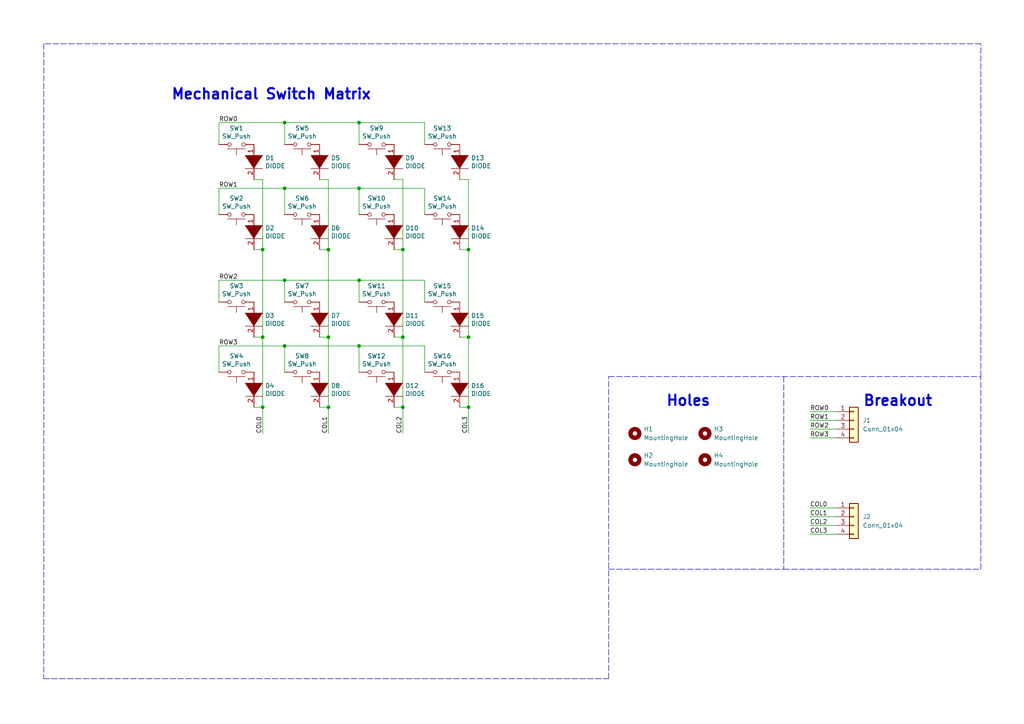
<source format=kicad_sch>
(kicad_sch (version 20211123) (generator eeschema)

  (uuid d92153ae-fc9e-4aad-88b7-2749ab3cdf3b)

  (paper "A4")

  (lib_symbols
    (symbol "Connector_Generic:Conn_01x04" (pin_names (offset 1.016) hide) (in_bom yes) (on_board yes)
      (property "Reference" "J" (id 0) (at 0 5.08 0)
        (effects (font (size 1.27 1.27)))
      )
      (property "Value" "Conn_01x04" (id 1) (at 0 -7.62 0)
        (effects (font (size 1.27 1.27)))
      )
      (property "Footprint" "" (id 2) (at 0 0 0)
        (effects (font (size 1.27 1.27)) hide)
      )
      (property "Datasheet" "~" (id 3) (at 0 0 0)
        (effects (font (size 1.27 1.27)) hide)
      )
      (property "ki_keywords" "connector" (id 4) (at 0 0 0)
        (effects (font (size 1.27 1.27)) hide)
      )
      (property "ki_description" "Generic connector, single row, 01x04, script generated (kicad-library-utils/schlib/autogen/connector/)" (id 5) (at 0 0 0)
        (effects (font (size 1.27 1.27)) hide)
      )
      (property "ki_fp_filters" "Connector*:*_1x??_*" (id 6) (at 0 0 0)
        (effects (font (size 1.27 1.27)) hide)
      )
      (symbol "Conn_01x04_1_1"
        (rectangle (start -1.27 -4.953) (end 0 -5.207)
          (stroke (width 0.1524) (type default) (color 0 0 0 0))
          (fill (type none))
        )
        (rectangle (start -1.27 -2.413) (end 0 -2.667)
          (stroke (width 0.1524) (type default) (color 0 0 0 0))
          (fill (type none))
        )
        (rectangle (start -1.27 0.127) (end 0 -0.127)
          (stroke (width 0.1524) (type default) (color 0 0 0 0))
          (fill (type none))
        )
        (rectangle (start -1.27 2.667) (end 0 2.413)
          (stroke (width 0.1524) (type default) (color 0 0 0 0))
          (fill (type none))
        )
        (rectangle (start -1.27 3.81) (end 1.27 -6.35)
          (stroke (width 0.254) (type default) (color 0 0 0 0))
          (fill (type background))
        )
        (pin passive line (at -5.08 2.54 0) (length 3.81)
          (name "Pin_1" (effects (font (size 1.27 1.27))))
          (number "1" (effects (font (size 1.27 1.27))))
        )
        (pin passive line (at -5.08 0 0) (length 3.81)
          (name "Pin_2" (effects (font (size 1.27 1.27))))
          (number "2" (effects (font (size 1.27 1.27))))
        )
        (pin passive line (at -5.08 -2.54 0) (length 3.81)
          (name "Pin_3" (effects (font (size 1.27 1.27))))
          (number "3" (effects (font (size 1.27 1.27))))
        )
        (pin passive line (at -5.08 -5.08 0) (length 3.81)
          (name "Pin_4" (effects (font (size 1.27 1.27))))
          (number "4" (effects (font (size 1.27 1.27))))
        )
      )
    )
    (symbol "Mechanical:MountingHole" (pin_names (offset 1.016)) (in_bom yes) (on_board yes)
      (property "Reference" "H" (id 0) (at 0 5.08 0)
        (effects (font (size 1.27 1.27)))
      )
      (property "Value" "MountingHole" (id 1) (at 0 3.175 0)
        (effects (font (size 1.27 1.27)))
      )
      (property "Footprint" "" (id 2) (at 0 0 0)
        (effects (font (size 1.27 1.27)) hide)
      )
      (property "Datasheet" "~" (id 3) (at 0 0 0)
        (effects (font (size 1.27 1.27)) hide)
      )
      (property "ki_keywords" "mounting hole" (id 4) (at 0 0 0)
        (effects (font (size 1.27 1.27)) hide)
      )
      (property "ki_description" "Mounting Hole without connection" (id 5) (at 0 0 0)
        (effects (font (size 1.27 1.27)) hide)
      )
      (property "ki_fp_filters" "MountingHole*" (id 6) (at 0 0 0)
        (effects (font (size 1.27 1.27)) hide)
      )
      (symbol "MountingHole_0_1"
        (circle (center 0 0) (radius 1.27)
          (stroke (width 1.27) (type default) (color 0 0 0 0))
          (fill (type none))
        )
      )
    )
    (symbol "Switch:SW_Push" (pin_numbers hide) (pin_names (offset 1.016) hide) (in_bom yes) (on_board yes)
      (property "Reference" "SW" (id 0) (at 1.27 2.54 0)
        (effects (font (size 1.27 1.27)) (justify left))
      )
      (property "Value" "SW_Push" (id 1) (at 0 -1.524 0)
        (effects (font (size 1.27 1.27)))
      )
      (property "Footprint" "" (id 2) (at 0 5.08 0)
        (effects (font (size 1.27 1.27)) hide)
      )
      (property "Datasheet" "~" (id 3) (at 0 5.08 0)
        (effects (font (size 1.27 1.27)) hide)
      )
      (property "ki_keywords" "switch normally-open pushbutton push-button" (id 4) (at 0 0 0)
        (effects (font (size 1.27 1.27)) hide)
      )
      (property "ki_description" "Push button switch, generic, two pins" (id 5) (at 0 0 0)
        (effects (font (size 1.27 1.27)) hide)
      )
      (symbol "SW_Push_0_1"
        (circle (center -2.032 0) (radius 0.508)
          (stroke (width 0) (type default) (color 0 0 0 0))
          (fill (type none))
        )
        (polyline
          (pts
            (xy 0 1.27)
            (xy 0 3.048)
          )
          (stroke (width 0) (type default) (color 0 0 0 0))
          (fill (type none))
        )
        (polyline
          (pts
            (xy 2.54 1.27)
            (xy -2.54 1.27)
          )
          (stroke (width 0) (type default) (color 0 0 0 0))
          (fill (type none))
        )
        (circle (center 2.032 0) (radius 0.508)
          (stroke (width 0) (type default) (color 0 0 0 0))
          (fill (type none))
        )
        (pin passive line (at -5.08 0 0) (length 2.54)
          (name "1" (effects (font (size 1.27 1.27))))
          (number "1" (effects (font (size 1.27 1.27))))
        )
        (pin passive line (at 5.08 0 180) (length 2.54)
          (name "2" (effects (font (size 1.27 1.27))))
          (number "2" (effects (font (size 1.27 1.27))))
        )
      )
    )
    (symbol "pspice:DIODE" (pin_names (offset 1.016) hide) (in_bom yes) (on_board yes)
      (property "Reference" "D" (id 0) (at 0 3.81 0)
        (effects (font (size 1.27 1.27)))
      )
      (property "Value" "DIODE" (id 1) (at 0 -4.445 0)
        (effects (font (size 1.27 1.27)))
      )
      (property "Footprint" "" (id 2) (at 0 0 0)
        (effects (font (size 1.27 1.27)) hide)
      )
      (property "Datasheet" "~" (id 3) (at 0 0 0)
        (effects (font (size 1.27 1.27)) hide)
      )
      (property "ki_keywords" "simulation" (id 4) (at 0 0 0)
        (effects (font (size 1.27 1.27)) hide)
      )
      (property "ki_description" "Diode symbol for simulation only. Pin order incompatible with official kicad footprints" (id 5) (at 0 0 0)
        (effects (font (size 1.27 1.27)) hide)
      )
      (symbol "DIODE_0_1"
        (polyline
          (pts
            (xy 1.905 2.54)
            (xy 1.905 -2.54)
          )
          (stroke (width 0) (type default) (color 0 0 0 0))
          (fill (type none))
        )
        (polyline
          (pts
            (xy -1.905 2.54)
            (xy -1.905 -2.54)
            (xy 1.905 0)
          )
          (stroke (width 0) (type default) (color 0 0 0 0))
          (fill (type outline))
        )
      )
      (symbol "DIODE_1_1"
        (pin input line (at -5.08 0 0) (length 3.81)
          (name "K" (effects (font (size 1.27 1.27))))
          (number "1" (effects (font (size 1.27 1.27))))
        )
        (pin input line (at 5.08 0 180) (length 3.81)
          (name "A" (effects (font (size 1.27 1.27))))
          (number "2" (effects (font (size 1.27 1.27))))
        )
      )
    )
  )

  (junction (at 82.55 35.56) (diameter 0) (color 0 0 0 0)
    (uuid 15eab566-64eb-48e3-b272-da067520dc72)
  )
  (junction (at 135.89 72.39) (diameter 0) (color 0 0 0 0)
    (uuid 287defcf-7e72-487a-a77a-d3cf03dbd504)
  )
  (junction (at 104.14 100.33) (diameter 0) (color 0 0 0 0)
    (uuid 451b0dbe-0242-4c6a-bcbe-8ad7798efaa9)
  )
  (junction (at 82.55 54.61) (diameter 0) (color 0 0 0 0)
    (uuid 4bfb1096-694d-4add-979e-f79cc6c9595e)
  )
  (junction (at 76.2 97.79) (diameter 0) (color 0 0 0 0)
    (uuid 54f5d746-fa5b-45ff-897c-4496ec99b662)
  )
  (junction (at 116.84 97.79) (diameter 0) (color 0 0 0 0)
    (uuid 5731de67-a967-4f51-b651-9e5fe739ac9d)
  )
  (junction (at 82.55 81.28) (diameter 0) (color 0 0 0 0)
    (uuid 60cb08f9-5d5b-41bc-ab05-3d5f254a9996)
  )
  (junction (at 95.25 118.11) (diameter 0) (color 0 0 0 0)
    (uuid 7864fe4d-868a-484c-8d79-324a26a9b26d)
  )
  (junction (at 76.2 72.39) (diameter 0) (color 0 0 0 0)
    (uuid abfc2e3b-ac91-4987-b9a7-ea5813f225e0)
  )
  (junction (at 104.14 81.28) (diameter 0) (color 0 0 0 0)
    (uuid ba42a50a-8d29-4a7c-beda-3f087e084cc5)
  )
  (junction (at 135.89 118.11) (diameter 0) (color 0 0 0 0)
    (uuid bdec6e58-dc84-410a-bcbc-c163441f690b)
  )
  (junction (at 95.25 72.39) (diameter 0) (color 0 0 0 0)
    (uuid c10639d9-da3f-4910-8a54-666023e276bf)
  )
  (junction (at 116.84 118.11) (diameter 0) (color 0 0 0 0)
    (uuid c149aa95-f9fe-41f2-be9e-136f2d70b2f3)
  )
  (junction (at 76.2 118.11) (diameter 0) (color 0 0 0 0)
    (uuid c91a5fa3-7479-4b25-b9b5-bd94da8f261d)
  )
  (junction (at 104.14 35.56) (diameter 0) (color 0 0 0 0)
    (uuid cae14e4c-90cd-4759-80ae-073fb751ed51)
  )
  (junction (at 104.14 54.61) (diameter 0) (color 0 0 0 0)
    (uuid cd026e6b-428f-46f6-8bf2-88cb78b95b8a)
  )
  (junction (at 116.84 72.39) (diameter 0) (color 0 0 0 0)
    (uuid cdc1f381-e8f9-4ab7-97ec-b48b8124d5d8)
  )
  (junction (at 95.25 97.79) (diameter 0) (color 0 0 0 0)
    (uuid e08a8090-2180-4789-b72e-0b667e28e626)
  )
  (junction (at 135.89 97.79) (diameter 0) (color 0 0 0 0)
    (uuid e1cb41d8-417c-4a92-a5e6-622069dbad12)
  )
  (junction (at 82.55 100.33) (diameter 0) (color 0 0 0 0)
    (uuid e3f85bc5-3698-438a-bb86-3b1ed1a3fb64)
  )

  (wire (pts (xy 234.95 149.86) (xy 242.57 149.86))
    (stroke (width 0) (type default) (color 0 0 0 0))
    (uuid 00014790-e1d2-462b-ab68-a454bf540437)
  )
  (wire (pts (xy 82.55 81.28) (xy 104.14 81.28))
    (stroke (width 0) (type default) (color 0 0 0 0))
    (uuid 016ad40a-82d0-46d0-b6bf-0fd410b28211)
  )
  (wire (pts (xy 76.2 72.39) (xy 76.2 97.79))
    (stroke (width 0) (type default) (color 0 0 0 0))
    (uuid 0449500f-3b2a-465f-99fb-ddd090b5a921)
  )
  (wire (pts (xy 114.3 97.79) (xy 116.84 97.79))
    (stroke (width 0) (type default) (color 0 0 0 0))
    (uuid 0e1252bf-7fa8-48e8-81a7-ef149081ed00)
  )
  (wire (pts (xy 95.25 72.39) (xy 95.25 97.79))
    (stroke (width 0) (type default) (color 0 0 0 0))
    (uuid 13c5764e-8fb6-497f-a92b-7fc6f6c2c6a7)
  )
  (wire (pts (xy 63.5 100.33) (xy 82.55 100.33))
    (stroke (width 0) (type default) (color 0 0 0 0))
    (uuid 14ad806a-0ae3-4880-a289-6345d762a92f)
  )
  (wire (pts (xy 135.89 118.11) (xy 133.35 118.11))
    (stroke (width 0) (type default) (color 0 0 0 0))
    (uuid 16042624-21c4-40ec-89c5-6f6ebcd30a2b)
  )
  (wire (pts (xy 104.14 107.95) (xy 104.14 100.33))
    (stroke (width 0) (type default) (color 0 0 0 0))
    (uuid 1e7b9971-16b2-48e1-8faa-cdab8e7a9b89)
  )
  (wire (pts (xy 63.5 41.91) (xy 63.5 35.56))
    (stroke (width 0) (type default) (color 0 0 0 0))
    (uuid 1f2032e9-a4e4-46f2-9182-a325ebe10449)
  )
  (wire (pts (xy 114.3 52.07) (xy 116.84 52.07))
    (stroke (width 0) (type default) (color 0 0 0 0))
    (uuid 22ef1e13-d245-430a-b3e5-ce5ab14eeb0c)
  )
  (wire (pts (xy 63.5 62.23) (xy 63.5 54.61))
    (stroke (width 0) (type default) (color 0 0 0 0))
    (uuid 2b84bfad-a3dc-4351-b48e-dbcc674a3bf3)
  )
  (wire (pts (xy 63.5 107.95) (xy 63.5 100.33))
    (stroke (width 0) (type default) (color 0 0 0 0))
    (uuid 39483914-f03e-418a-831c-228ba718a32c)
  )
  (wire (pts (xy 104.14 41.91) (xy 104.14 35.56))
    (stroke (width 0) (type default) (color 0 0 0 0))
    (uuid 39f0297c-897e-4cce-81f2-57c5ce63adc3)
  )
  (polyline (pts (xy 12.7 196.85) (xy 176.53 196.85))
    (stroke (width 0) (type default) (color 0 0 0 0))
    (uuid 3c6c451c-631e-409f-87bc-747e2fc7b5c5)
  )

  (wire (pts (xy 234.95 127) (xy 242.57 127))
    (stroke (width 0) (type default) (color 0 0 0 0))
    (uuid 4533764d-302c-4eec-b39d-a6ee80ebb60e)
  )
  (wire (pts (xy 104.14 54.61) (xy 123.19 54.61))
    (stroke (width 0) (type default) (color 0 0 0 0))
    (uuid 4570ab16-7da1-4514-b49b-b92a8e620e9f)
  )
  (wire (pts (xy 133.35 97.79) (xy 135.89 97.79))
    (stroke (width 0) (type default) (color 0 0 0 0))
    (uuid 4bdfa6f6-6279-4701-9e3d-c0d14cf33a2a)
  )
  (wire (pts (xy 104.14 81.28) (xy 123.19 81.28))
    (stroke (width 0) (type default) (color 0 0 0 0))
    (uuid 4d937605-2e8f-46b8-a454-905b74613e44)
  )
  (polyline (pts (xy 227.33 109.22) (xy 227.33 165.1))
    (stroke (width 0) (type default) (color 0 0 0 0))
    (uuid 4f2d4339-e427-4969-8856-caa8b4fc3a73)
  )

  (wire (pts (xy 82.55 35.56) (xy 82.55 41.91))
    (stroke (width 0) (type default) (color 0 0 0 0))
    (uuid 5e8d0fd0-1930-4dd0-9273-03681fa1e321)
  )
  (wire (pts (xy 82.55 100.33) (xy 82.55 107.95))
    (stroke (width 0) (type default) (color 0 0 0 0))
    (uuid 5ea9b28a-9d7f-46d3-9d8a-983f72b4e6d6)
  )
  (wire (pts (xy 95.25 52.07) (xy 95.25 72.39))
    (stroke (width 0) (type default) (color 0 0 0 0))
    (uuid 6437b33d-da9a-4b9f-a56d-867e8cf837de)
  )
  (wire (pts (xy 76.2 97.79) (xy 76.2 118.11))
    (stroke (width 0) (type default) (color 0 0 0 0))
    (uuid 65a09ef4-6b89-473d-b724-5386fc3b4370)
  )
  (wire (pts (xy 92.71 97.79) (xy 95.25 97.79))
    (stroke (width 0) (type default) (color 0 0 0 0))
    (uuid 66738995-777c-4f99-9c7e-db37f2d1a036)
  )
  (wire (pts (xy 63.5 35.56) (xy 82.55 35.56))
    (stroke (width 0) (type default) (color 0 0 0 0))
    (uuid 73f61a18-6cfe-466c-aa9e-31ca203cac18)
  )
  (wire (pts (xy 123.19 100.33) (xy 123.19 107.95))
    (stroke (width 0) (type default) (color 0 0 0 0))
    (uuid 7665cc80-1eda-4296-b5b9-238ddbe2fcd6)
  )
  (wire (pts (xy 82.55 81.28) (xy 82.55 87.63))
    (stroke (width 0) (type default) (color 0 0 0 0))
    (uuid 797b4ff1-7b00-4fd7-bb88-280cc686543e)
  )
  (wire (pts (xy 95.25 72.39) (xy 92.71 72.39))
    (stroke (width 0) (type default) (color 0 0 0 0))
    (uuid 7ec869e1-562f-4bcb-bbfe-5672fddb9888)
  )
  (polyline (pts (xy 176.53 196.85) (xy 176.53 109.22))
    (stroke (width 0) (type default) (color 0 0 0 0))
    (uuid 8217841d-4535-4005-8413-f0371c9f4a0f)
  )

  (wire (pts (xy 135.89 72.39) (xy 135.89 97.79))
    (stroke (width 0) (type default) (color 0 0 0 0))
    (uuid 8a6b1af4-794b-4ec7-b2c1-52420505b8a4)
  )
  (wire (pts (xy 123.19 81.28) (xy 123.19 87.63))
    (stroke (width 0) (type default) (color 0 0 0 0))
    (uuid 8d6f7fab-5f1c-4001-a5d1-7e52637c2812)
  )
  (wire (pts (xy 123.19 54.61) (xy 123.19 62.23))
    (stroke (width 0) (type default) (color 0 0 0 0))
    (uuid 8e390e50-ea64-46b3-90f4-86ae34418be4)
  )
  (wire (pts (xy 135.89 72.39) (xy 133.35 72.39))
    (stroke (width 0) (type default) (color 0 0 0 0))
    (uuid 8f0b6454-51e6-4b2e-a660-6983d2098c30)
  )
  (wire (pts (xy 95.25 118.11) (xy 92.71 118.11))
    (stroke (width 0) (type default) (color 0 0 0 0))
    (uuid 980a1731-9bfb-4dab-94ee-d22523b5ea38)
  )
  (wire (pts (xy 234.95 121.92) (xy 242.57 121.92))
    (stroke (width 0) (type default) (color 0 0 0 0))
    (uuid 9b7b0382-319d-427f-909a-6ea975cc9aba)
  )
  (wire (pts (xy 234.95 147.32) (xy 242.57 147.32))
    (stroke (width 0) (type default) (color 0 0 0 0))
    (uuid a6c886be-5437-449f-8e54-de5f43b6af9e)
  )
  (wire (pts (xy 116.84 72.39) (xy 116.84 97.79))
    (stroke (width 0) (type default) (color 0 0 0 0))
    (uuid a844aa11-ac33-4613-9d1f-02ca78035928)
  )
  (wire (pts (xy 73.66 52.07) (xy 76.2 52.07))
    (stroke (width 0) (type default) (color 0 0 0 0))
    (uuid a9b1ba32-8d80-4f92-8bf5-adcaba2e3ffd)
  )
  (wire (pts (xy 135.89 97.79) (xy 135.89 118.11))
    (stroke (width 0) (type default) (color 0 0 0 0))
    (uuid aaf2560e-3aa2-46ae-9359-3e3451e21414)
  )
  (wire (pts (xy 135.89 118.11) (xy 135.89 125.73))
    (stroke (width 0) (type default) (color 0 0 0 0))
    (uuid ab75a360-a01f-44d8-9584-17f02b0a95dd)
  )
  (wire (pts (xy 104.14 62.23) (xy 104.14 54.61))
    (stroke (width 0) (type default) (color 0 0 0 0))
    (uuid aeec4108-2a35-4d3a-a4bb-445e02fac393)
  )
  (wire (pts (xy 116.84 52.07) (xy 116.84 72.39))
    (stroke (width 0) (type default) (color 0 0 0 0))
    (uuid b07657ab-a8dd-4470-b8d8-bbba1309bcfb)
  )
  (wire (pts (xy 135.89 52.07) (xy 135.89 72.39))
    (stroke (width 0) (type default) (color 0 0 0 0))
    (uuid b21ad444-fa87-494b-bed0-b31e58499144)
  )
  (wire (pts (xy 234.95 119.38) (xy 242.57 119.38))
    (stroke (width 0) (type default) (color 0 0 0 0))
    (uuid b33d876f-2bea-45b9-9c7b-cc7b7e461359)
  )
  (wire (pts (xy 234.95 124.46) (xy 242.57 124.46))
    (stroke (width 0) (type default) (color 0 0 0 0))
    (uuid b3becf03-e1cf-4a5e-b19d-b4247d3a08c2)
  )
  (wire (pts (xy 104.14 35.56) (xy 123.19 35.56))
    (stroke (width 0) (type default) (color 0 0 0 0))
    (uuid b789b4c2-bbde-4c9d-bafa-c0d7ecc2fd8f)
  )
  (wire (pts (xy 63.5 81.28) (xy 82.55 81.28))
    (stroke (width 0) (type default) (color 0 0 0 0))
    (uuid b81a85f3-7392-4360-a725-f8ec191d7438)
  )
  (polyline (pts (xy 227.33 165.1) (xy 284.48 165.1))
    (stroke (width 0) (type default) (color 0 0 0 0))
    (uuid bcaac68e-6dff-4f04-8c6d-5c590c953104)
  )
  (polyline (pts (xy 284.48 165.1) (xy 284.48 109.22))
    (stroke (width 0) (type default) (color 0 0 0 0))
    (uuid bd1f931f-7a43-4a2b-83dd-db071201fb56)
  )

  (wire (pts (xy 116.84 72.39) (xy 114.3 72.39))
    (stroke (width 0) (type default) (color 0 0 0 0))
    (uuid c269d3e0-9a98-473d-b039-04c34109e255)
  )
  (polyline (pts (xy 176.53 109.22) (xy 284.48 109.22))
    (stroke (width 0) (type default) (color 0 0 0 0))
    (uuid c3934ba6-446a-49b9-92b4-5ef5859f81f9)
  )

  (wire (pts (xy 92.71 52.07) (xy 95.25 52.07))
    (stroke (width 0) (type default) (color 0 0 0 0))
    (uuid c3e767dd-f4ca-4b6f-bd2d-84a607f0e2b6)
  )
  (wire (pts (xy 63.5 54.61) (xy 82.55 54.61))
    (stroke (width 0) (type default) (color 0 0 0 0))
    (uuid c54e59f3-7932-4e47-b10b-77eda82e80c5)
  )
  (polyline (pts (xy 284.48 12.7) (xy 12.7 12.7))
    (stroke (width 0) (type default) (color 0 0 0 0))
    (uuid c5e6b4a3-cdc4-44d8-a421-abc24bbbc4c6)
  )

  (wire (pts (xy 116.84 97.79) (xy 116.84 118.11))
    (stroke (width 0) (type default) (color 0 0 0 0))
    (uuid ca532307-0c71-4d5e-bde0-c718c42ffcda)
  )
  (wire (pts (xy 82.55 100.33) (xy 104.14 100.33))
    (stroke (width 0) (type default) (color 0 0 0 0))
    (uuid d09645b3-2177-4243-9ee4-a3b0779fc795)
  )
  (wire (pts (xy 95.25 118.11) (xy 95.25 125.73))
    (stroke (width 0) (type default) (color 0 0 0 0))
    (uuid d131ce62-2aa0-494c-ab6f-f8809bdfca1f)
  )
  (wire (pts (xy 73.66 97.79) (xy 76.2 97.79))
    (stroke (width 0) (type default) (color 0 0 0 0))
    (uuid d6f6b08c-4481-4866-abc0-f3d4d9d2f7a6)
  )
  (wire (pts (xy 116.84 118.11) (xy 116.84 125.73))
    (stroke (width 0) (type default) (color 0 0 0 0))
    (uuid d8644fd4-591e-4265-93c8-dba30c335538)
  )
  (wire (pts (xy 116.84 118.11) (xy 114.3 118.11))
    (stroke (width 0) (type default) (color 0 0 0 0))
    (uuid dfd06763-a56d-4546-bb54-7562907a66df)
  )
  (wire (pts (xy 104.14 100.33) (xy 123.19 100.33))
    (stroke (width 0) (type default) (color 0 0 0 0))
    (uuid e1b066bb-7ebc-43f9-87ff-d5f9974a9d41)
  )
  (wire (pts (xy 76.2 118.11) (xy 73.66 118.11))
    (stroke (width 0) (type default) (color 0 0 0 0))
    (uuid e3bd8226-f461-47dc-905e-0604368f50c8)
  )
  (polyline (pts (xy 176.53 165.1) (xy 227.33 165.1))
    (stroke (width 0) (type default) (color 0 0 0 0))
    (uuid e4c21fc8-9d9e-4f50-817e-f664b61aa7bb)
  )

  (wire (pts (xy 76.2 72.39) (xy 73.66 72.39))
    (stroke (width 0) (type default) (color 0 0 0 0))
    (uuid e53c0a58-0c4a-4c3a-b653-e776702b92b1)
  )
  (wire (pts (xy 234.95 154.94) (xy 242.57 154.94))
    (stroke (width 0) (type default) (color 0 0 0 0))
    (uuid e60997cf-4575-4481-819b-8952774f7704)
  )
  (wire (pts (xy 234.95 152.4) (xy 242.57 152.4))
    (stroke (width 0) (type default) (color 0 0 0 0))
    (uuid e687e509-055f-468e-b4c9-141dd08acb78)
  )
  (wire (pts (xy 63.5 87.63) (xy 63.5 81.28))
    (stroke (width 0) (type default) (color 0 0 0 0))
    (uuid e7aee825-4c72-4320-871d-7050782c7b91)
  )
  (wire (pts (xy 133.35 52.07) (xy 135.89 52.07))
    (stroke (width 0) (type default) (color 0 0 0 0))
    (uuid ea61daa6-9290-421a-8a40-df6c7d6d2172)
  )
  (wire (pts (xy 82.55 54.61) (xy 104.14 54.61))
    (stroke (width 0) (type default) (color 0 0 0 0))
    (uuid ecb5c1db-9251-4225-abc2-310f84f7a3ff)
  )
  (wire (pts (xy 123.19 35.56) (xy 123.19 41.91))
    (stroke (width 0) (type default) (color 0 0 0 0))
    (uuid edb4c60a-13c0-4fed-b5d1-99bd710eaebe)
  )
  (polyline (pts (xy 284.48 109.22) (xy 284.48 12.7))
    (stroke (width 0) (type default) (color 0 0 0 0))
    (uuid f083f192-3e41-493f-a1ac-7cefc712cfdb)
  )

  (wire (pts (xy 76.2 52.07) (xy 76.2 72.39))
    (stroke (width 0) (type default) (color 0 0 0 0))
    (uuid f2139b95-503c-4e01-a11e-d31c789621c7)
  )
  (wire (pts (xy 95.25 97.79) (xy 95.25 118.11))
    (stroke (width 0) (type default) (color 0 0 0 0))
    (uuid f34235b3-d28d-4eac-a3e8-6edf40e19f38)
  )
  (wire (pts (xy 104.14 87.63) (xy 104.14 81.28))
    (stroke (width 0) (type default) (color 0 0 0 0))
    (uuid f6dc9104-12bd-489f-85b8-f1a44d6ea535)
  )
  (polyline (pts (xy 12.7 12.7) (xy 12.7 196.85))
    (stroke (width 0) (type default) (color 0 0 0 0))
    (uuid f8122383-7d37-4d94-8b3c-f8d797bef131)
  )

  (wire (pts (xy 76.2 118.11) (xy 76.2 125.73))
    (stroke (width 0) (type default) (color 0 0 0 0))
    (uuid fb1c014a-be88-42ae-a76a-fa1af06d1a22)
  )
  (wire (pts (xy 82.55 54.61) (xy 82.55 62.23))
    (stroke (width 0) (type default) (color 0 0 0 0))
    (uuid fd5d6400-ba1d-4205-95c1-169069050461)
  )
  (wire (pts (xy 82.55 35.56) (xy 104.14 35.56))
    (stroke (width 0) (type default) (color 0 0 0 0))
    (uuid ff3ffe70-b313-4969-80e0-b4ad5b099a84)
  )

  (text "Holes" (at 193.04 118.11 0)
    (effects (font (size 2.9972 2.9972) (thickness 0.5994) bold) (justify left bottom))
    (uuid 253d8893-30c8-4cea-9938-00c6a6dccfa8)
  )
  (text "Mechanical Switch Matrix" (at 49.53 29.21 0)
    (effects (font (size 2.9972 2.9972) (thickness 0.5994) bold) (justify left bottom))
    (uuid 80f92e7f-d001-4247-b541-9d8396fb44c5)
  )
  (text "Breakout" (at 250.19 118.11 0)
    (effects (font (size 2.9972 2.9972) (thickness 0.5994) bold) (justify left bottom))
    (uuid d0774053-61ee-480e-9f7b-860e44fe1a39)
  )

  (label "ROW0" (at 63.5 35.56 0)
    (effects (font (size 1.27 1.27)) (justify left bottom))
    (uuid 0af6a084-61d5-4a44-bcdc-63d59cfb014b)
  )
  (label "COL3" (at 234.95 154.94 0)
    (effects (font (size 1.27 1.27)) (justify left bottom))
    (uuid 1be2e7fd-9a63-40c7-bf43-51d67bddede7)
  )
  (label "COL1" (at 234.95 149.86 0)
    (effects (font (size 1.27 1.27)) (justify left bottom))
    (uuid 25f2df63-7e86-479f-b755-8980acfa3e87)
  )
  (label "COL0" (at 76.2 125.73 90)
    (effects (font (size 1.27 1.27)) (justify left bottom))
    (uuid 3defa7dd-2064-4c93-a850-0399c75ea08e)
  )
  (label "ROW3" (at 63.5 100.33 0)
    (effects (font (size 1.27 1.27)) (justify left bottom))
    (uuid 4c3922d3-469c-4a9a-a119-ed583049a74b)
  )
  (label "ROW3" (at 234.95 127 0)
    (effects (font (size 1.27 1.27)) (justify left bottom))
    (uuid 59103087-8f20-41be-9269-bbc88def086f)
  )
  (label "COL3" (at 135.89 125.73 90)
    (effects (font (size 1.27 1.27)) (justify left bottom))
    (uuid 60fd2099-edc3-4b31-8427-16e1c4a973b6)
  )
  (label "ROW2" (at 234.95 124.46 0)
    (effects (font (size 1.27 1.27)) (justify left bottom))
    (uuid 648b5bcf-c883-4280-982a-22b281780b9a)
  )
  (label "ROW0" (at 234.95 119.38 0)
    (effects (font (size 1.27 1.27)) (justify left bottom))
    (uuid 791f3713-0344-4582-a279-3c86ed57d347)
  )
  (label "COL2" (at 116.84 125.73 90)
    (effects (font (size 1.27 1.27)) (justify left bottom))
    (uuid 93a9c3d6-0292-4ae2-9eed-1e0b4beab752)
  )
  (label "ROW2" (at 63.5 81.28 0)
    (effects (font (size 1.27 1.27)) (justify left bottom))
    (uuid 9d1d0bf1-b384-4a77-a25e-69ba244f13e8)
  )
  (label "ROW1" (at 63.5 54.61 0)
    (effects (font (size 1.27 1.27)) (justify left bottom))
    (uuid a72c696d-814f-4b77-bcc6-077be9e2f156)
  )
  (label "COL0" (at 234.95 147.32 0)
    (effects (font (size 1.27 1.27)) (justify left bottom))
    (uuid b4bc7588-d012-4924-913b-1079791d3f00)
  )
  (label "ROW1" (at 234.95 121.92 0)
    (effects (font (size 1.27 1.27)) (justify left bottom))
    (uuid b69d985e-1158-4f4a-acd8-806253f77c76)
  )
  (label "COL1" (at 95.25 125.73 90)
    (effects (font (size 1.27 1.27)) (justify left bottom))
    (uuid e35415b2-7242-4222-9c46-2ad5fd9fe64f)
  )
  (label "COL2" (at 234.95 152.4 0)
    (effects (font (size 1.27 1.27)) (justify left bottom))
    (uuid e446b080-3d5b-4a62-80bc-fd62b9aa40b4)
  )

  (symbol (lib_id "pspice:DIODE") (at 73.66 113.03 270) (unit 1)
    (in_bom yes) (on_board yes)
    (uuid 05a650d1-2def-4981-9726-ed45aebed0ef)
    (property "Reference" "D4" (id 0) (at 76.9112 111.8616 90)
      (effects (font (size 1.27 1.27)) (justify left))
    )
    (property "Value" "DIODE" (id 1) (at 76.9112 114.173 90)
      (effects (font (size 1.27 1.27)) (justify left))
    )
    (property "Footprint" "Diode_SMD:D_1206_3216Metric" (id 2) (at 73.66 113.03 0)
      (effects (font (size 1.27 1.27)) hide)
    )
    (property "Datasheet" "~" (id 3) (at 73.66 113.03 0)
      (effects (font (size 1.27 1.27)) hide)
    )
    (pin "1" (uuid 2026b08d-7521-4e8a-8a7e-08e92c38151a))
    (pin "2" (uuid 86418fb0-1ea7-46ae-9612-fdccb5348fb2))
  )

  (symbol (lib_id "pspice:DIODE") (at 114.3 67.31 270) (unit 1)
    (in_bom yes) (on_board yes)
    (uuid 115281e3-b32e-4a66-8eac-21eb3fb2fe36)
    (property "Reference" "D10" (id 0) (at 117.5512 66.1416 90)
      (effects (font (size 1.27 1.27)) (justify left))
    )
    (property "Value" "DIODE" (id 1) (at 117.5512 68.453 90)
      (effects (font (size 1.27 1.27)) (justify left))
    )
    (property "Footprint" "Diode_SMD:D_1206_3216Metric" (id 2) (at 114.3 67.31 0)
      (effects (font (size 1.27 1.27)) hide)
    )
    (property "Datasheet" "~" (id 3) (at 114.3 67.31 0)
      (effects (font (size 1.27 1.27)) hide)
    )
    (pin "1" (uuid 8eabc5d1-b97f-45de-b3d7-d7e17d5b5f5b))
    (pin "2" (uuid ca5eaac7-6f59-41f8-b6c0-4851fbeea44d))
  )

  (symbol (lib_id "Switch:SW_Push") (at 109.22 87.63 180) (unit 1)
    (in_bom yes) (on_board yes)
    (uuid 11ce1fea-47ea-4a06-bf24-7f2c10260028)
    (property "Reference" "SW11" (id 0) (at 109.22 82.931 0))
    (property "Value" "SW_Push" (id 1) (at 109.22 85.2424 0))
    (property "Footprint" "Button_Switch_Keyboard:SW_Cherry_MX_1.00u_PCB" (id 2) (at 109.22 92.71 0)
      (effects (font (size 1.27 1.27)) hide)
    )
    (property "Datasheet" "~" (id 3) (at 109.22 92.71 0)
      (effects (font (size 1.27 1.27)) hide)
    )
    (pin "1" (uuid cc64c208-2282-485c-bcb2-29d31eb29332))
    (pin "2" (uuid 394fce30-26ad-4ed9-b7cd-3a091eaa15d3))
  )

  (symbol (lib_id "Switch:SW_Push") (at 109.22 41.91 180) (unit 1)
    (in_bom yes) (on_board yes)
    (uuid 1381a93c-97d7-4254-ba93-369a3f5ec532)
    (property "Reference" "SW9" (id 0) (at 109.22 37.211 0))
    (property "Value" "SW_Push" (id 1) (at 109.22 39.5224 0))
    (property "Footprint" "Button_Switch_Keyboard:SW_Cherry_MX_1.00u_PCB" (id 2) (at 109.22 46.99 0)
      (effects (font (size 1.27 1.27)) hide)
    )
    (property "Datasheet" "~" (id 3) (at 109.22 46.99 0)
      (effects (font (size 1.27 1.27)) hide)
    )
    (pin "1" (uuid f7f9cdc1-b959-4e25-bb64-f0f35cdde94c))
    (pin "2" (uuid 2790204b-9482-4be0-89b7-aa5566e97404))
  )

  (symbol (lib_id "pspice:DIODE") (at 133.35 67.31 270) (unit 1)
    (in_bom yes) (on_board yes)
    (uuid 1d0fd055-6675-4592-a50e-6d7e0d4c3295)
    (property "Reference" "D14" (id 0) (at 136.6012 66.1416 90)
      (effects (font (size 1.27 1.27)) (justify left))
    )
    (property "Value" "DIODE" (id 1) (at 136.6012 68.453 90)
      (effects (font (size 1.27 1.27)) (justify left))
    )
    (property "Footprint" "Diode_SMD:D_1206_3216Metric" (id 2) (at 133.35 67.31 0)
      (effects (font (size 1.27 1.27)) hide)
    )
    (property "Datasheet" "~" (id 3) (at 133.35 67.31 0)
      (effects (font (size 1.27 1.27)) hide)
    )
    (pin "1" (uuid e9a21394-df2e-4a75-bd65-df82490e681b))
    (pin "2" (uuid 0e0a3d21-2210-4797-8223-b5e26db98e9b))
  )

  (symbol (lib_id "Switch:SW_Push") (at 68.58 62.23 180) (unit 1)
    (in_bom yes) (on_board yes)
    (uuid 2005e4bd-b347-4bdc-aedc-c014a7dd8e7a)
    (property "Reference" "SW2" (id 0) (at 68.58 57.531 0))
    (property "Value" "SW_Push" (id 1) (at 68.58 59.8424 0))
    (property "Footprint" "Button_Switch_Keyboard:SW_Cherry_MX_1.00u_PCB" (id 2) (at 68.58 67.31 0)
      (effects (font (size 1.27 1.27)) hide)
    )
    (property "Datasheet" "~" (id 3) (at 68.58 67.31 0)
      (effects (font (size 1.27 1.27)) hide)
    )
    (pin "1" (uuid 8b371de9-be91-4092-b519-8791d209401f))
    (pin "2" (uuid 3b41ec9a-08e8-44a7-a8ea-844ea832b998))
  )

  (symbol (lib_id "Mechanical:MountingHole") (at 184.15 133.35 0) (unit 1)
    (in_bom yes) (on_board yes) (fields_autoplaced)
    (uuid 2185ba6c-55c3-44e9-a730-00e666d09559)
    (property "Reference" "H2" (id 0) (at 186.69 132.0799 0)
      (effects (font (size 1.27 1.27)) (justify left))
    )
    (property "Value" "MountingHole" (id 1) (at 186.69 134.6199 0)
      (effects (font (size 1.27 1.27)) (justify left))
    )
    (property "Footprint" "MountingHole:MountingHole_2.5mm_Pad_Via" (id 2) (at 184.15 133.35 0)
      (effects (font (size 1.27 1.27)) hide)
    )
    (property "Datasheet" "~" (id 3) (at 184.15 133.35 0)
      (effects (font (size 1.27 1.27)) hide)
    )
  )

  (symbol (lib_id "pspice:DIODE") (at 73.66 92.71 270) (unit 1)
    (in_bom yes) (on_board yes)
    (uuid 2a30b51f-cea1-4028-8c50-e4c52974775b)
    (property "Reference" "D3" (id 0) (at 76.9112 91.5416 90)
      (effects (font (size 1.27 1.27)) (justify left))
    )
    (property "Value" "DIODE" (id 1) (at 76.9112 93.853 90)
      (effects (font (size 1.27 1.27)) (justify left))
    )
    (property "Footprint" "Diode_SMD:D_1206_3216Metric" (id 2) (at 73.66 92.71 0)
      (effects (font (size 1.27 1.27)) hide)
    )
    (property "Datasheet" "~" (id 3) (at 73.66 92.71 0)
      (effects (font (size 1.27 1.27)) hide)
    )
    (pin "1" (uuid b39cff1f-0abc-4a82-9c63-6c1f1bf86c1b))
    (pin "2" (uuid 6f8bf1c3-93b1-4dd1-ac7e-2586c7cf0059))
  )

  (symbol (lib_id "pspice:DIODE") (at 73.66 67.31 270) (unit 1)
    (in_bom yes) (on_board yes)
    (uuid 33061885-7441-46e5-b826-e6e052a44b2a)
    (property "Reference" "D2" (id 0) (at 76.9112 66.1416 90)
      (effects (font (size 1.27 1.27)) (justify left))
    )
    (property "Value" "DIODE" (id 1) (at 76.9112 68.453 90)
      (effects (font (size 1.27 1.27)) (justify left))
    )
    (property "Footprint" "Diode_SMD:D_1206_3216Metric" (id 2) (at 73.66 67.31 0)
      (effects (font (size 1.27 1.27)) hide)
    )
    (property "Datasheet" "~" (id 3) (at 73.66 67.31 0)
      (effects (font (size 1.27 1.27)) hide)
    )
    (pin "1" (uuid 1e27ee5f-c6f4-4901-b6a4-5b963d3b3e0f))
    (pin "2" (uuid fe49c032-de21-4dca-9126-dc55ba40d724))
  )

  (symbol (lib_id "Switch:SW_Push") (at 128.27 107.95 180) (unit 1)
    (in_bom yes) (on_board yes)
    (uuid 336e3d71-5af6-4d09-9203-a7ea5306641f)
    (property "Reference" "SW16" (id 0) (at 128.27 103.251 0))
    (property "Value" "SW_Push" (id 1) (at 128.27 105.5624 0))
    (property "Footprint" "Button_Switch_Keyboard:SW_Cherry_MX_1.00u_PCB" (id 2) (at 128.27 113.03 0)
      (effects (font (size 1.27 1.27)) hide)
    )
    (property "Datasheet" "~" (id 3) (at 128.27 113.03 0)
      (effects (font (size 1.27 1.27)) hide)
    )
    (pin "1" (uuid 29ed83d7-bea5-4455-a681-f830b5105376))
    (pin "2" (uuid 14dee6ea-966c-4d20-987f-04b78a26dfe6))
  )

  (symbol (lib_id "Switch:SW_Push") (at 68.58 107.95 180) (unit 1)
    (in_bom yes) (on_board yes)
    (uuid 353f038e-f932-4801-a165-53b85c3597f7)
    (property "Reference" "SW4" (id 0) (at 68.58 103.251 0))
    (property "Value" "SW_Push" (id 1) (at 68.58 105.5624 0))
    (property "Footprint" "Button_Switch_Keyboard:SW_Cherry_MX_1.00u_PCB" (id 2) (at 68.58 113.03 0)
      (effects (font (size 1.27 1.27)) hide)
    )
    (property "Datasheet" "~" (id 3) (at 68.58 113.03 0)
      (effects (font (size 1.27 1.27)) hide)
    )
    (pin "1" (uuid 79622e15-c47b-4cb2-a132-8a42514de434))
    (pin "2" (uuid 2113a890-41aa-48e5-bbad-6516666c3396))
  )

  (symbol (lib_id "Connector_Generic:Conn_01x04") (at 247.65 121.92 0) (unit 1)
    (in_bom yes) (on_board yes) (fields_autoplaced)
    (uuid 3a1caee8-4381-4a54-aeda-dbd5b084ef37)
    (property "Reference" "J1" (id 0) (at 250.19 121.9199 0)
      (effects (font (size 1.27 1.27)) (justify left))
    )
    (property "Value" "Conn_01x04" (id 1) (at 250.19 124.4599 0)
      (effects (font (size 1.27 1.27)) (justify left))
    )
    (property "Footprint" "Connector_PinHeader_2.54mm:PinHeader_1x04_P2.54mm_Horizontal" (id 2) (at 247.65 121.92 0)
      (effects (font (size 1.27 1.27)) hide)
    )
    (property "Datasheet" "~" (id 3) (at 247.65 121.92 0)
      (effects (font (size 1.27 1.27)) hide)
    )
    (pin "1" (uuid 1439a67b-8b43-4b9c-b89a-af9ec2656ea9))
    (pin "2" (uuid b9376fb4-bcc1-4ee0-8bca-91117b218ea8))
    (pin "3" (uuid 2a184e1a-0d48-476e-abe6-40efaa5ccb54))
    (pin "4" (uuid e92e0f45-4649-416f-9fa1-af5d5b8471e8))
  )

  (symbol (lib_id "pspice:DIODE") (at 133.35 92.71 270) (unit 1)
    (in_bom yes) (on_board yes)
    (uuid 3fd17f19-1e83-4e25-8b13-1877f8e53bf1)
    (property "Reference" "D15" (id 0) (at 136.6012 91.5416 90)
      (effects (font (size 1.27 1.27)) (justify left))
    )
    (property "Value" "DIODE" (id 1) (at 136.6012 93.853 90)
      (effects (font (size 1.27 1.27)) (justify left))
    )
    (property "Footprint" "Diode_SMD:D_1206_3216Metric" (id 2) (at 133.35 92.71 0)
      (effects (font (size 1.27 1.27)) hide)
    )
    (property "Datasheet" "~" (id 3) (at 133.35 92.71 0)
      (effects (font (size 1.27 1.27)) hide)
    )
    (pin "1" (uuid de332a11-8b49-434e-b33c-145556b3b518))
    (pin "2" (uuid e6c691b2-6666-4216-9946-58c325ffbc18))
  )

  (symbol (lib_id "pspice:DIODE") (at 73.66 46.99 270) (unit 1)
    (in_bom yes) (on_board yes)
    (uuid 47f346a7-d689-4317-9e0b-6625f5c267e9)
    (property "Reference" "D1" (id 0) (at 76.9112 45.8216 90)
      (effects (font (size 1.27 1.27)) (justify left))
    )
    (property "Value" "DIODE" (id 1) (at 76.9112 48.133 90)
      (effects (font (size 1.27 1.27)) (justify left))
    )
    (property "Footprint" "Diode_SMD:D_1206_3216Metric" (id 2) (at 73.66 46.99 0)
      (effects (font (size 1.27 1.27)) hide)
    )
    (property "Datasheet" "~" (id 3) (at 73.66 46.99 0)
      (effects (font (size 1.27 1.27)) hide)
    )
    (pin "1" (uuid b5a15123-76f9-40cb-b49d-bae5b2fef503))
    (pin "2" (uuid d106df4a-c5da-4fc3-9edb-fe7dca45ef01))
  )

  (symbol (lib_id "Mechanical:MountingHole") (at 204.47 125.73 0) (unit 1)
    (in_bom yes) (on_board yes) (fields_autoplaced)
    (uuid 4a0e3c37-e43b-4d64-8537-5e31251d873c)
    (property "Reference" "H3" (id 0) (at 207.01 124.4599 0)
      (effects (font (size 1.27 1.27)) (justify left))
    )
    (property "Value" "MountingHole" (id 1) (at 207.01 126.9999 0)
      (effects (font (size 1.27 1.27)) (justify left))
    )
    (property "Footprint" "MountingHole:MountingHole_2.5mm_Pad_Via" (id 2) (at 204.47 125.73 0)
      (effects (font (size 1.27 1.27)) hide)
    )
    (property "Datasheet" "~" (id 3) (at 204.47 125.73 0)
      (effects (font (size 1.27 1.27)) hide)
    )
  )

  (symbol (lib_id "Switch:SW_Push") (at 87.63 41.91 180) (unit 1)
    (in_bom yes) (on_board yes)
    (uuid 4b310dbd-0d8c-427d-b89a-75c8561676b7)
    (property "Reference" "SW5" (id 0) (at 87.63 37.211 0))
    (property "Value" "SW_Push" (id 1) (at 87.63 39.5224 0))
    (property "Footprint" "Button_Switch_Keyboard:SW_Cherry_MX_1.00u_PCB" (id 2) (at 87.63 46.99 0)
      (effects (font (size 1.27 1.27)) hide)
    )
    (property "Datasheet" "~" (id 3) (at 87.63 46.99 0)
      (effects (font (size 1.27 1.27)) hide)
    )
    (pin "1" (uuid cca61047-3553-4b7e-82b3-671e01f169c1))
    (pin "2" (uuid 57a52dff-9171-4ea9-82d2-d417b64a3525))
  )

  (symbol (lib_id "pspice:DIODE") (at 92.71 67.31 270) (unit 1)
    (in_bom yes) (on_board yes)
    (uuid 651b175b-6b00-4ab4-92b2-830c15227195)
    (property "Reference" "D6" (id 0) (at 95.9612 66.1416 90)
      (effects (font (size 1.27 1.27)) (justify left))
    )
    (property "Value" "DIODE" (id 1) (at 95.9612 68.453 90)
      (effects (font (size 1.27 1.27)) (justify left))
    )
    (property "Footprint" "Diode_SMD:D_1206_3216Metric" (id 2) (at 92.71 67.31 0)
      (effects (font (size 1.27 1.27)) hide)
    )
    (property "Datasheet" "~" (id 3) (at 92.71 67.31 0)
      (effects (font (size 1.27 1.27)) hide)
    )
    (pin "1" (uuid aa37860b-c689-4bd7-8cec-79db66452165))
    (pin "2" (uuid 17b42e4b-e321-45b7-9471-59ce924a280f))
  )

  (symbol (lib_id "pspice:DIODE") (at 92.71 92.71 270) (unit 1)
    (in_bom yes) (on_board yes)
    (uuid 798da196-505d-455a-adcb-c64506e69fc7)
    (property "Reference" "D7" (id 0) (at 95.9612 91.5416 90)
      (effects (font (size 1.27 1.27)) (justify left))
    )
    (property "Value" "DIODE" (id 1) (at 95.9612 93.853 90)
      (effects (font (size 1.27 1.27)) (justify left))
    )
    (property "Footprint" "Diode_SMD:D_1206_3216Metric" (id 2) (at 92.71 92.71 0)
      (effects (font (size 1.27 1.27)) hide)
    )
    (property "Datasheet" "~" (id 3) (at 92.71 92.71 0)
      (effects (font (size 1.27 1.27)) hide)
    )
    (pin "1" (uuid b034fc44-32d8-41a8-8d69-78e63e4db01b))
    (pin "2" (uuid f31e8232-31b7-45e8-a79c-e08140d55346))
  )

  (symbol (lib_id "pspice:DIODE") (at 133.35 113.03 270) (unit 1)
    (in_bom yes) (on_board yes)
    (uuid 8402672c-9316-464e-a2c1-d04922ba0b0a)
    (property "Reference" "D16" (id 0) (at 136.6012 111.8616 90)
      (effects (font (size 1.27 1.27)) (justify left))
    )
    (property "Value" "DIODE" (id 1) (at 136.6012 114.173 90)
      (effects (font (size 1.27 1.27)) (justify left))
    )
    (property "Footprint" "Diode_SMD:D_1206_3216Metric" (id 2) (at 133.35 113.03 0)
      (effects (font (size 1.27 1.27)) hide)
    )
    (property "Datasheet" "~" (id 3) (at 133.35 113.03 0)
      (effects (font (size 1.27 1.27)) hide)
    )
    (pin "1" (uuid a3e4cf02-bc82-4f58-8fa3-8fcac9127a4d))
    (pin "2" (uuid 4e4ea059-3605-4d81-a9c0-8bf0922bab43))
  )

  (symbol (lib_id "Mechanical:MountingHole") (at 184.15 125.73 0) (unit 1)
    (in_bom yes) (on_board yes) (fields_autoplaced)
    (uuid 881c1223-e526-48bd-a4e8-c6a184e4e1a4)
    (property "Reference" "H1" (id 0) (at 186.69 124.4599 0)
      (effects (font (size 1.27 1.27)) (justify left))
    )
    (property "Value" "MountingHole" (id 1) (at 186.69 126.9999 0)
      (effects (font (size 1.27 1.27)) (justify left))
    )
    (property "Footprint" "MountingHole:MountingHole_2.5mm_Pad_Via" (id 2) (at 184.15 125.73 0)
      (effects (font (size 1.27 1.27)) hide)
    )
    (property "Datasheet" "~" (id 3) (at 184.15 125.73 0)
      (effects (font (size 1.27 1.27)) hide)
    )
  )

  (symbol (lib_id "Switch:SW_Push") (at 128.27 87.63 180) (unit 1)
    (in_bom yes) (on_board yes)
    (uuid 88e770b0-24bb-4df6-9083-e368605a390d)
    (property "Reference" "SW15" (id 0) (at 128.27 82.931 0))
    (property "Value" "SW_Push" (id 1) (at 128.27 85.2424 0))
    (property "Footprint" "Button_Switch_Keyboard:SW_Cherry_MX_1.00u_PCB" (id 2) (at 128.27 92.71 0)
      (effects (font (size 1.27 1.27)) hide)
    )
    (property "Datasheet" "~" (id 3) (at 128.27 92.71 0)
      (effects (font (size 1.27 1.27)) hide)
    )
    (pin "1" (uuid b5936215-500b-491c-a43a-7a3bd55c660f))
    (pin "2" (uuid 88b3f37f-1b29-4973-9ca7-f478b3fed1d1))
  )

  (symbol (lib_id "pspice:DIODE") (at 114.3 113.03 270) (unit 1)
    (in_bom yes) (on_board yes)
    (uuid 89ff04dd-eac1-48d1-b5df-c7afb9dcbfb7)
    (property "Reference" "D12" (id 0) (at 117.5512 111.8616 90)
      (effects (font (size 1.27 1.27)) (justify left))
    )
    (property "Value" "DIODE" (id 1) (at 117.5512 114.173 90)
      (effects (font (size 1.27 1.27)) (justify left))
    )
    (property "Footprint" "Diode_SMD:D_1206_3216Metric" (id 2) (at 114.3 113.03 0)
      (effects (font (size 1.27 1.27)) hide)
    )
    (property "Datasheet" "~" (id 3) (at 114.3 113.03 0)
      (effects (font (size 1.27 1.27)) hide)
    )
    (pin "1" (uuid 56253a4e-27b8-4ccf-9e91-cf9587a4e304))
    (pin "2" (uuid 0be4104b-9711-47a7-bfa7-5f320cd2abed))
  )

  (symbol (lib_id "Switch:SW_Push") (at 109.22 107.95 180) (unit 1)
    (in_bom yes) (on_board yes)
    (uuid 90c333cb-784e-4dd1-9599-a9ffc8ffff6c)
    (property "Reference" "SW12" (id 0) (at 109.22 103.251 0))
    (property "Value" "SW_Push" (id 1) (at 109.22 105.5624 0))
    (property "Footprint" "Button_Switch_Keyboard:SW_Cherry_MX_1.00u_PCB" (id 2) (at 109.22 113.03 0)
      (effects (font (size 1.27 1.27)) hide)
    )
    (property "Datasheet" "~" (id 3) (at 109.22 113.03 0)
      (effects (font (size 1.27 1.27)) hide)
    )
    (pin "1" (uuid 97d99971-5fb1-470e-805b-915229816c81))
    (pin "2" (uuid 8bae0d84-ac1e-435f-a4fa-f72a62e65c79))
  )

  (symbol (lib_id "Connector_Generic:Conn_01x04") (at 247.65 149.86 0) (unit 1)
    (in_bom yes) (on_board yes) (fields_autoplaced)
    (uuid 931d9e98-aa06-4944-9132-c0ea351b0e7a)
    (property "Reference" "J2" (id 0) (at 250.19 149.8599 0)
      (effects (font (size 1.27 1.27)) (justify left))
    )
    (property "Value" "Conn_01x04" (id 1) (at 250.19 152.3999 0)
      (effects (font (size 1.27 1.27)) (justify left))
    )
    (property "Footprint" "Connector_PinHeader_2.54mm:PinHeader_1x04_P2.54mm_Horizontal" (id 2) (at 247.65 149.86 0)
      (effects (font (size 1.27 1.27)) hide)
    )
    (property "Datasheet" "~" (id 3) (at 247.65 149.86 0)
      (effects (font (size 1.27 1.27)) hide)
    )
    (pin "1" (uuid 5a9980d1-d658-48d9-8b62-4386cb91145c))
    (pin "2" (uuid 9b089f96-1d16-4df1-b4aa-efe1238e888a))
    (pin "3" (uuid bf6db51b-453e-435b-b8ca-6a5bd38b18c2))
    (pin "4" (uuid a949bb8a-6afb-4106-b675-1413c019b1f2))
  )

  (symbol (lib_id "pspice:DIODE") (at 92.71 113.03 270) (unit 1)
    (in_bom yes) (on_board yes)
    (uuid 9c279127-f263-4f05-93b7-f211c26ebc46)
    (property "Reference" "D8" (id 0) (at 95.9612 111.8616 90)
      (effects (font (size 1.27 1.27)) (justify left))
    )
    (property "Value" "DIODE" (id 1) (at 95.9612 114.173 90)
      (effects (font (size 1.27 1.27)) (justify left))
    )
    (property "Footprint" "Diode_SMD:D_1206_3216Metric" (id 2) (at 92.71 113.03 0)
      (effects (font (size 1.27 1.27)) hide)
    )
    (property "Datasheet" "~" (id 3) (at 92.71 113.03 0)
      (effects (font (size 1.27 1.27)) hide)
    )
    (pin "1" (uuid 61850f29-7d11-4d34-91cd-ba99de41779d))
    (pin "2" (uuid a3267585-5733-4f7c-9603-55903d90e9d4))
  )

  (symbol (lib_id "Switch:SW_Push") (at 87.63 107.95 180) (unit 1)
    (in_bom yes) (on_board yes)
    (uuid b3e12b89-e103-422d-acca-b4bc5c993369)
    (property "Reference" "SW8" (id 0) (at 87.63 103.251 0))
    (property "Value" "SW_Push" (id 1) (at 87.63 105.5624 0))
    (property "Footprint" "Button_Switch_Keyboard:SW_Cherry_MX_1.00u_PCB" (id 2) (at 87.63 113.03 0)
      (effects (font (size 1.27 1.27)) hide)
    )
    (property "Datasheet" "~" (id 3) (at 87.63 113.03 0)
      (effects (font (size 1.27 1.27)) hide)
    )
    (pin "1" (uuid 7f8b3830-c911-43f1-a8a8-6d9ba30d7e44))
    (pin "2" (uuid 34afa0c1-c16a-4953-ad64-132125e4f12a))
  )

  (symbol (lib_id "pspice:DIODE") (at 133.35 46.99 270) (unit 1)
    (in_bom yes) (on_board yes)
    (uuid b42890e6-646e-4358-9e1d-fbb64bc69f19)
    (property "Reference" "D13" (id 0) (at 136.6012 45.8216 90)
      (effects (font (size 1.27 1.27)) (justify left))
    )
    (property "Value" "DIODE" (id 1) (at 136.6012 48.133 90)
      (effects (font (size 1.27 1.27)) (justify left))
    )
    (property "Footprint" "Diode_SMD:D_1206_3216Metric" (id 2) (at 133.35 46.99 0)
      (effects (font (size 1.27 1.27)) hide)
    )
    (property "Datasheet" "~" (id 3) (at 133.35 46.99 0)
      (effects (font (size 1.27 1.27)) hide)
    )
    (pin "1" (uuid f90bfdda-59a8-4c81-8310-7dc56c612b48))
    (pin "2" (uuid 2c9e1343-045a-4ca9-96cb-1d3b2141fece))
  )

  (symbol (lib_id "Switch:SW_Push") (at 128.27 62.23 180) (unit 1)
    (in_bom yes) (on_board yes)
    (uuid ba347743-aa87-4d95-806b-895a3bb917d9)
    (property "Reference" "SW14" (id 0) (at 128.27 57.531 0))
    (property "Value" "SW_Push" (id 1) (at 128.27 59.8424 0))
    (property "Footprint" "Button_Switch_Keyboard:SW_Cherry_MX_1.00u_PCB" (id 2) (at 128.27 67.31 0)
      (effects (font (size 1.27 1.27)) hide)
    )
    (property "Datasheet" "~" (id 3) (at 128.27 67.31 0)
      (effects (font (size 1.27 1.27)) hide)
    )
    (pin "1" (uuid 90ee8aec-eeea-4e30-b203-21ef559c1fb5))
    (pin "2" (uuid 34569cd2-0169-4aca-aa95-9d3e9d22e7c8))
  )

  (symbol (lib_id "Switch:SW_Push") (at 87.63 62.23 180) (unit 1)
    (in_bom yes) (on_board yes)
    (uuid bb889eee-a65e-4893-b44d-f623738be114)
    (property "Reference" "SW6" (id 0) (at 87.63 57.531 0))
    (property "Value" "SW_Push" (id 1) (at 87.63 59.8424 0))
    (property "Footprint" "Button_Switch_Keyboard:SW_Cherry_MX_1.00u_PCB" (id 2) (at 87.63 67.31 0)
      (effects (font (size 1.27 1.27)) hide)
    )
    (property "Datasheet" "~" (id 3) (at 87.63 67.31 0)
      (effects (font (size 1.27 1.27)) hide)
    )
    (pin "1" (uuid 01c1b89d-84e3-42c4-96a0-6272825e8bca))
    (pin "2" (uuid fd2ff3cb-6b7d-4112-b8b1-92317ff34c0f))
  )

  (symbol (lib_id "Switch:SW_Push") (at 109.22 62.23 180) (unit 1)
    (in_bom yes) (on_board yes)
    (uuid bc832132-768b-4777-a722-e8a9fab83e91)
    (property "Reference" "SW10" (id 0) (at 109.22 57.531 0))
    (property "Value" "SW_Push" (id 1) (at 109.22 59.8424 0))
    (property "Footprint" "Button_Switch_Keyboard:SW_Cherry_MX_1.00u_PCB" (id 2) (at 109.22 67.31 0)
      (effects (font (size 1.27 1.27)) hide)
    )
    (property "Datasheet" "~" (id 3) (at 109.22 67.31 0)
      (effects (font (size 1.27 1.27)) hide)
    )
    (pin "1" (uuid a5348a60-6532-4be9-9fae-4953edb33d4b))
    (pin "2" (uuid 84ac6731-eb94-453a-95ec-bc1637fea8ad))
  )

  (symbol (lib_id "Switch:SW_Push") (at 68.58 41.91 180) (unit 1)
    (in_bom yes) (on_board yes)
    (uuid bdc32ac6-31e6-4cc7-a72a-d305a252599e)
    (property "Reference" "SW1" (id 0) (at 68.58 37.211 0))
    (property "Value" "SW_Push" (id 1) (at 68.58 39.5224 0))
    (property "Footprint" "Button_Switch_Keyboard:SW_Cherry_MX_1.00u_PCB" (id 2) (at 68.58 46.99 0)
      (effects (font (size 1.27 1.27)) hide)
    )
    (property "Datasheet" "~" (id 3) (at 68.58 46.99 0)
      (effects (font (size 1.27 1.27)) hide)
    )
    (pin "1" (uuid 1514bb27-b798-434e-8852-3acdce12ece2))
    (pin "2" (uuid 8f2c67b1-1e03-457c-844f-a3323126ef11))
  )

  (symbol (lib_id "Switch:SW_Push") (at 87.63 87.63 180) (unit 1)
    (in_bom yes) (on_board yes)
    (uuid bddad4ba-8ea9-4b4c-ae41-d40a246dd599)
    (property "Reference" "SW7" (id 0) (at 87.63 82.931 0))
    (property "Value" "SW_Push" (id 1) (at 87.63 85.2424 0))
    (property "Footprint" "Button_Switch_Keyboard:SW_Cherry_MX_1.00u_PCB" (id 2) (at 87.63 92.71 0)
      (effects (font (size 1.27 1.27)) hide)
    )
    (property "Datasheet" "~" (id 3) (at 87.63 92.71 0)
      (effects (font (size 1.27 1.27)) hide)
    )
    (pin "1" (uuid 2799a19e-3148-4cf1-a237-f7c3284e6627))
    (pin "2" (uuid 018c963f-020b-4aa8-b036-63e1276f919b))
  )

  (symbol (lib_id "pspice:DIODE") (at 114.3 46.99 270) (unit 1)
    (in_bom yes) (on_board yes)
    (uuid c02ee0b8-c82f-4d20-8253-4f1b3cb5bf0d)
    (property "Reference" "D9" (id 0) (at 117.5512 45.8216 90)
      (effects (font (size 1.27 1.27)) (justify left))
    )
    (property "Value" "DIODE" (id 1) (at 117.5512 48.133 90)
      (effects (font (size 1.27 1.27)) (justify left))
    )
    (property "Footprint" "Diode_SMD:D_1206_3216Metric" (id 2) (at 114.3 46.99 0)
      (effects (font (size 1.27 1.27)) hide)
    )
    (property "Datasheet" "~" (id 3) (at 114.3 46.99 0)
      (effects (font (size 1.27 1.27)) hide)
    )
    (pin "1" (uuid f6fc6e47-9557-4f88-91a6-275ba9969205))
    (pin "2" (uuid c5f69102-4ea2-4bce-a557-62d33886c675))
  )

  (symbol (lib_id "Switch:SW_Push") (at 128.27 41.91 180) (unit 1)
    (in_bom yes) (on_board yes)
    (uuid ce186af0-de4a-4490-8b0d-80ba4247c137)
    (property "Reference" "SW13" (id 0) (at 128.27 37.211 0))
    (property "Value" "SW_Push" (id 1) (at 128.27 39.5224 0))
    (property "Footprint" "Button_Switch_Keyboard:SW_Cherry_MX_1.00u_PCB" (id 2) (at 128.27 46.99 0)
      (effects (font (size 1.27 1.27)) hide)
    )
    (property "Datasheet" "~" (id 3) (at 128.27 46.99 0)
      (effects (font (size 1.27 1.27)) hide)
    )
    (pin "1" (uuid 898702d1-8dba-49cb-a118-3f260969c755))
    (pin "2" (uuid eb289e2e-ee92-42dc-a6e8-1ceadddabb2d))
  )

  (symbol (lib_id "pspice:DIODE") (at 92.71 46.99 270) (unit 1)
    (in_bom yes) (on_board yes)
    (uuid da7fb0b2-2f9a-4c3c-87bf-93d07784deba)
    (property "Reference" "D5" (id 0) (at 95.9612 45.8216 90)
      (effects (font (size 1.27 1.27)) (justify left))
    )
    (property "Value" "DIODE" (id 1) (at 95.9612 48.133 90)
      (effects (font (size 1.27 1.27)) (justify left))
    )
    (property "Footprint" "Diode_SMD:D_1206_3216Metric" (id 2) (at 92.71 46.99 0)
      (effects (font (size 1.27 1.27)) hide)
    )
    (property "Datasheet" "~" (id 3) (at 92.71 46.99 0)
      (effects (font (size 1.27 1.27)) hide)
    )
    (pin "1" (uuid e858796e-690d-493f-ae5f-05b6574cc290))
    (pin "2" (uuid 5f1917c1-3705-4c3e-b17a-277dcc3d1dda))
  )

  (symbol (lib_id "Switch:SW_Push") (at 68.58 87.63 180) (unit 1)
    (in_bom yes) (on_board yes)
    (uuid f4ef74bf-018b-41b9-b404-876a51f26518)
    (property "Reference" "SW3" (id 0) (at 68.58 82.931 0))
    (property "Value" "SW_Push" (id 1) (at 68.58 85.2424 0))
    (property "Footprint" "Button_Switch_Keyboard:SW_Cherry_MX_1.00u_PCB" (id 2) (at 68.58 92.71 0)
      (effects (font (size 1.27 1.27)) hide)
    )
    (property "Datasheet" "~" (id 3) (at 68.58 92.71 0)
      (effects (font (size 1.27 1.27)) hide)
    )
    (pin "1" (uuid 3337ee51-3888-45d3-a0ac-c55693a8a5e1))
    (pin "2" (uuid 6f28b40c-9778-443e-94f6-fc5b649d4ab7))
  )

  (symbol (lib_id "Mechanical:MountingHole") (at 204.47 133.35 0) (unit 1)
    (in_bom yes) (on_board yes) (fields_autoplaced)
    (uuid fd2242fa-ac5d-4bbb-9bcc-a0f56bf6cff9)
    (property "Reference" "H4" (id 0) (at 207.01 132.0799 0)
      (effects (font (size 1.27 1.27)) (justify left))
    )
    (property "Value" "MountingHole" (id 1) (at 207.01 134.6199 0)
      (effects (font (size 1.27 1.27)) (justify left))
    )
    (property "Footprint" "MountingHole:MountingHole_2.5mm_Pad_Via" (id 2) (at 204.47 133.35 0)
      (effects (font (size 1.27 1.27)) hide)
    )
    (property "Datasheet" "~" (id 3) (at 204.47 133.35 0)
      (effects (font (size 1.27 1.27)) hide)
    )
  )

  (symbol (lib_id "pspice:DIODE") (at 114.3 92.71 270) (unit 1)
    (in_bom yes) (on_board yes)
    (uuid fd9eaa51-bfeb-412b-9f23-dc804f59ab91)
    (property "Reference" "D11" (id 0) (at 117.5512 91.5416 90)
      (effects (font (size 1.27 1.27)) (justify left))
    )
    (property "Value" "DIODE" (id 1) (at 117.5512 93.853 90)
      (effects (font (size 1.27 1.27)) (justify left))
    )
    (property "Footprint" "Diode_SMD:D_1206_3216Metric" (id 2) (at 114.3 92.71 0)
      (effects (font (size 1.27 1.27)) hide)
    )
    (property "Datasheet" "~" (id 3) (at 114.3 92.71 0)
      (effects (font (size 1.27 1.27)) hide)
    )
    (pin "1" (uuid 3ceb9357-1c08-4ff6-9ed1-1c0f21d9b73a))
    (pin "2" (uuid 3616ce9a-cdee-4431-a5b2-2107de1a167b))
  )

  (sheet_instances
    (path "/" (page "1"))
  )

  (symbol_instances
    (path "/47f346a7-d689-4317-9e0b-6625f5c267e9"
      (reference "D1") (unit 1) (value "DIODE") (footprint "Diode_SMD:D_1206_3216Metric")
    )
    (path "/33061885-7441-46e5-b826-e6e052a44b2a"
      (reference "D2") (unit 1) (value "DIODE") (footprint "Diode_SMD:D_1206_3216Metric")
    )
    (path "/2a30b51f-cea1-4028-8c50-e4c52974775b"
      (reference "D3") (unit 1) (value "DIODE") (footprint "Diode_SMD:D_1206_3216Metric")
    )
    (path "/05a650d1-2def-4981-9726-ed45aebed0ef"
      (reference "D4") (unit 1) (value "DIODE") (footprint "Diode_SMD:D_1206_3216Metric")
    )
    (path "/da7fb0b2-2f9a-4c3c-87bf-93d07784deba"
      (reference "D5") (unit 1) (value "DIODE") (footprint "Diode_SMD:D_1206_3216Metric")
    )
    (path "/651b175b-6b00-4ab4-92b2-830c15227195"
      (reference "D6") (unit 1) (value "DIODE") (footprint "Diode_SMD:D_1206_3216Metric")
    )
    (path "/798da196-505d-455a-adcb-c64506e69fc7"
      (reference "D7") (unit 1) (value "DIODE") (footprint "Diode_SMD:D_1206_3216Metric")
    )
    (path "/9c279127-f263-4f05-93b7-f211c26ebc46"
      (reference "D8") (unit 1) (value "DIODE") (footprint "Diode_SMD:D_1206_3216Metric")
    )
    (path "/c02ee0b8-c82f-4d20-8253-4f1b3cb5bf0d"
      (reference "D9") (unit 1) (value "DIODE") (footprint "Diode_SMD:D_1206_3216Metric")
    )
    (path "/115281e3-b32e-4a66-8eac-21eb3fb2fe36"
      (reference "D10") (unit 1) (value "DIODE") (footprint "Diode_SMD:D_1206_3216Metric")
    )
    (path "/fd9eaa51-bfeb-412b-9f23-dc804f59ab91"
      (reference "D11") (unit 1) (value "DIODE") (footprint "Diode_SMD:D_1206_3216Metric")
    )
    (path "/89ff04dd-eac1-48d1-b5df-c7afb9dcbfb7"
      (reference "D12") (unit 1) (value "DIODE") (footprint "Diode_SMD:D_1206_3216Metric")
    )
    (path "/b42890e6-646e-4358-9e1d-fbb64bc69f19"
      (reference "D13") (unit 1) (value "DIODE") (footprint "Diode_SMD:D_1206_3216Metric")
    )
    (path "/1d0fd055-6675-4592-a50e-6d7e0d4c3295"
      (reference "D14") (unit 1) (value "DIODE") (footprint "Diode_SMD:D_1206_3216Metric")
    )
    (path "/3fd17f19-1e83-4e25-8b13-1877f8e53bf1"
      (reference "D15") (unit 1) (value "DIODE") (footprint "Diode_SMD:D_1206_3216Metric")
    )
    (path "/8402672c-9316-464e-a2c1-d04922ba0b0a"
      (reference "D16") (unit 1) (value "DIODE") (footprint "Diode_SMD:D_1206_3216Metric")
    )
    (path "/881c1223-e526-48bd-a4e8-c6a184e4e1a4"
      (reference "H1") (unit 1) (value "MountingHole") (footprint "MountingHole:MountingHole_2.5mm_Pad_Via")
    )
    (path "/2185ba6c-55c3-44e9-a730-00e666d09559"
      (reference "H2") (unit 1) (value "MountingHole") (footprint "MountingHole:MountingHole_2.5mm_Pad_Via")
    )
    (path "/4a0e3c37-e43b-4d64-8537-5e31251d873c"
      (reference "H3") (unit 1) (value "MountingHole") (footprint "MountingHole:MountingHole_2.5mm_Pad_Via")
    )
    (path "/fd2242fa-ac5d-4bbb-9bcc-a0f56bf6cff9"
      (reference "H4") (unit 1) (value "MountingHole") (footprint "MountingHole:MountingHole_2.5mm_Pad_Via")
    )
    (path "/3a1caee8-4381-4a54-aeda-dbd5b084ef37"
      (reference "J1") (unit 1) (value "Conn_01x04") (footprint "Connector_PinHeader_2.54mm:PinHeader_1x04_P2.54mm_Horizontal")
    )
    (path "/931d9e98-aa06-4944-9132-c0ea351b0e7a"
      (reference "J2") (unit 1) (value "Conn_01x04") (footprint "Connector_PinHeader_2.54mm:PinHeader_1x04_P2.54mm_Horizontal")
    )
    (path "/bdc32ac6-31e6-4cc7-a72a-d305a252599e"
      (reference "SW1") (unit 1) (value "SW_Push") (footprint "Button_Switch_Keyboard:SW_Cherry_MX_1.00u_PCB")
    )
    (path "/2005e4bd-b347-4bdc-aedc-c014a7dd8e7a"
      (reference "SW2") (unit 1) (value "SW_Push") (footprint "Button_Switch_Keyboard:SW_Cherry_MX_1.00u_PCB")
    )
    (path "/f4ef74bf-018b-41b9-b404-876a51f26518"
      (reference "SW3") (unit 1) (value "SW_Push") (footprint "Button_Switch_Keyboard:SW_Cherry_MX_1.00u_PCB")
    )
    (path "/353f038e-f932-4801-a165-53b85c3597f7"
      (reference "SW4") (unit 1) (value "SW_Push") (footprint "Button_Switch_Keyboard:SW_Cherry_MX_1.00u_PCB")
    )
    (path "/4b310dbd-0d8c-427d-b89a-75c8561676b7"
      (reference "SW5") (unit 1) (value "SW_Push") (footprint "Button_Switch_Keyboard:SW_Cherry_MX_1.00u_PCB")
    )
    (path "/bb889eee-a65e-4893-b44d-f623738be114"
      (reference "SW6") (unit 1) (value "SW_Push") (footprint "Button_Switch_Keyboard:SW_Cherry_MX_1.00u_PCB")
    )
    (path "/bddad4ba-8ea9-4b4c-ae41-d40a246dd599"
      (reference "SW7") (unit 1) (value "SW_Push") (footprint "Button_Switch_Keyboard:SW_Cherry_MX_1.00u_PCB")
    )
    (path "/b3e12b89-e103-422d-acca-b4bc5c993369"
      (reference "SW8") (unit 1) (value "SW_Push") (footprint "Button_Switch_Keyboard:SW_Cherry_MX_1.00u_PCB")
    )
    (path "/1381a93c-97d7-4254-ba93-369a3f5ec532"
      (reference "SW9") (unit 1) (value "SW_Push") (footprint "Button_Switch_Keyboard:SW_Cherry_MX_1.00u_PCB")
    )
    (path "/bc832132-768b-4777-a722-e8a9fab83e91"
      (reference "SW10") (unit 1) (value "SW_Push") (footprint "Button_Switch_Keyboard:SW_Cherry_MX_1.00u_PCB")
    )
    (path "/11ce1fea-47ea-4a06-bf24-7f2c10260028"
      (reference "SW11") (unit 1) (value "SW_Push") (footprint "Button_Switch_Keyboard:SW_Cherry_MX_1.00u_PCB")
    )
    (path "/90c333cb-784e-4dd1-9599-a9ffc8ffff6c"
      (reference "SW12") (unit 1) (value "SW_Push") (footprint "Button_Switch_Keyboard:SW_Cherry_MX_1.00u_PCB")
    )
    (path "/ce186af0-de4a-4490-8b0d-80ba4247c137"
      (reference "SW13") (unit 1) (value "SW_Push") (footprint "Button_Switch_Keyboard:SW_Cherry_MX_1.00u_PCB")
    )
    (path "/ba347743-aa87-4d95-806b-895a3bb917d9"
      (reference "SW14") (unit 1) (value "SW_Push") (footprint "Button_Switch_Keyboard:SW_Cherry_MX_1.00u_PCB")
    )
    (path "/88e770b0-24bb-4df6-9083-e368605a390d"
      (reference "SW15") (unit 1) (value "SW_Push") (footprint "Button_Switch_Keyboard:SW_Cherry_MX_1.00u_PCB")
    )
    (path "/336e3d71-5af6-4d09-9203-a7ea5306641f"
      (reference "SW16") (unit 1) (value "SW_Push") (footprint "Button_Switch_Keyboard:SW_Cherry_MX_1.00u_PCB")
    )
  )
)

</source>
